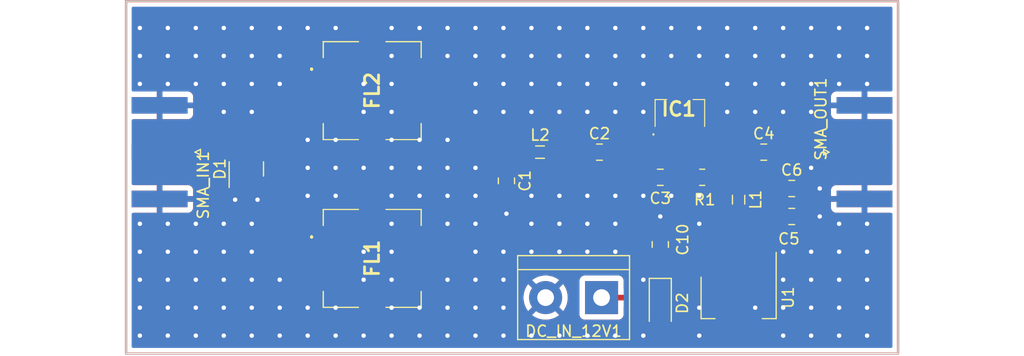
<source format=kicad_pcb>
(kicad_pcb (version 20211014) (generator pcbnew)
  (layers (0 "F.Cu" signal) (31 "B.Cu" signal) (34 "B.Paste" user) (35 "F.Paste" user) (36 "B.SilkS" user "B.Silkscreen") (37 "F.SilkS" user "F.Silkscreen") (38 "B.Mask" user) (39 "F.Mask" user) (44 "Edge.Cuts" user))
  (net 0 "")
  (net 1 "GND")
  (net 2 "Net-(C1-Pad1)")
  (net 3 "Net-(C2-Pad2)")
  (net 4 "Net-(C2-Pad1)")
  (net 5 "Net-(C4-Pad2)")
  (net 6 "Net-(C3-Pad2)")
  (net 7 "Net-(C4-Pad1)")
  (net 8 "Net-(C5-Pad1)")
  (net 9 "Net-(D1-Pad3)")
  (net 10 "Net-(DC_IN_12V1-Pad1)")
  (net 11 "Net-(C10-Pad1)")
  (footprint "Capacitor_SMD:C_0805_2012Metric" (layer "F.Cu") (at 129.54 67.056)
    (fp_text reference "C4" (at 0 -1.68) (layer "F.SilkS"))
    (fp_text value "2.2uF")
    (fp_line (start -0.261252 0.735) (end 0.261252 0.735) (layer "F.SilkS") (width 0.12))
    (fp_line (start -0.261252 -0.735) (end 0.261252 -0.735) (layer "F.SilkS") (width 0.12))
    (pad "1" smd roundrect locked (at -0.95 0) (size 1 1.45) (layers "F.Cu" "F.Paste" "F.Mask") (net 7 "Net-(C4-Pad1)"))
    (pad "2" smd roundrect locked (at 0.95 0) (size 1 1.45) (layers "F.Cu" "F.Paste" "F.Mask") (net 5 "Net-(C4-Pad2)"))
  )
  (footprint "Connector_Coaxial:SMA_Amphenol_132289_EdgeMount" (layer "F.Cu") (at 74.676 67.056 180)
    (fp_text reference "SMA_IN1" (at -3.96 -3 90) (layer "F.SilkS"))
    (fp_text value "Conn_Coaxial")
    (fp_line (start -3.21 0) (end -3.71 -0.25) (layer "F.SilkS") (width 0.12))
    (fp_line (start -3.71 0.25) (end -3.21 0) (layer "F.SilkS") (width 0.12))
    (fp_line (start -3.71 -0.25) (end -3.71 0.25) (layer "F.SilkS") (width 0.12))
    (pad "1" smd rect locked (at 0 0 270) (size 1.5 5.08) (layers "F.Cu" "F.Paste" "F.Mask") (net 9 "Net-(D1-Pad3)"))
    (pad "2" smd rect locked (at 0 -4.25 270) (size 1.5 5.08) (layers "F.Cu" "F.Paste" "F.Mask") (net 1 "GND"))
    (pad "2" smd rect locked (at 0 4.25 270) (size 1.5 5.08) (layers "B.Cu" "B.Paste" "B.Mask") (net 1 "GND"))
    (pad "2" smd rect locked (at 0 -4.25 270) (size 1.5 5.08) (layers "B.Cu" "B.Paste" "B.Mask") (net 1 "GND"))
    (pad "2" smd rect locked (at 0 4.25 270) (size 1.5 5.08) (layers "F.Cu" "F.Paste" "F.Mask") (net 1 "GND"))
  )
  (footprint "Diode_SMD:D_SOD-123" (layer "F.Cu") (at 120.142 80.772 -90)
    (fp_text reference "D2" (at 0 -2 90) (layer "F.SilkS"))
    (fp_text value "1N4001")
    (fp_line (start -2.25 1) (end 1.65 1) (layer "F.SilkS") (width 0.12))
    (fp_line (start -2.25 -1) (end -2.25 1) (layer "F.SilkS") (width 0.12))
    (fp_line (start -2.25 -1) (end 1.65 -1) (layer "F.SilkS") (width 0.12))
    (pad "1" smd rect locked (at -1.65 0 270) (size 0.9 1.2) (layers "F.Cu" "F.Paste" "F.Mask") (net 11 "Net-(C10-Pad1)"))
    (pad "2" smd rect locked (at 1.65 0 270) (size 0.9 1.2) (layers "F.Cu" "F.Paste" "F.Mask") (net 10 "Net-(DC_IN_12V1-Pad1)"))
  )
  (footprint "Capacitor_SMD:C_0805_2012Metric" (layer "F.Cu") (at 120.142 69.342)
    (fp_text reference "C3" (at 0 1.905) (layer "F.SilkS"))
    (fp_text value "100nF")
    (fp_line (start -0.261252 -0.735) (end 0.261252 -0.735) (layer "F.SilkS") (width 0.12))
    (fp_line (start -0.261252 0.735) (end 0.261252 0.735) (layer "F.SilkS") (width 0.12))
    (pad "1" smd roundrect locked (at -0.95 0) (size 1 1.45) (layers "F.Cu" "F.Paste" "F.Mask") (net 3 "Net-(C2-Pad2)"))
    (pad "2" smd roundrect locked (at 0.95 0) (size 1 1.45) (layers "F.Cu" "F.Paste" "F.Mask") (net 6 "Net-(C3-Pad2)"))
  )
  (footprint "TerminalBlock:TerminalBlock_bornier-2_P5.08mm" (layer "F.Cu") (at 114.808 80.264 180)
    (fp_text reference "DC_IN_12V1" (at 2.54 -3.048) (layer "F.SilkS"))
    (fp_text value "Screw_Terminal_01x02")
    (fp_line (start -2.54 3.81) (end 7.62 3.81) (layer "F.SilkS") (width 0.12))
    (fp_line (start 7.62 2.54) (end -2.54 2.54) (layer "F.SilkS") (width 0.12))
    (fp_line (start 7.62 -3.81) (end -2.54 -3.81) (layer "F.SilkS") (width 0.12))
    (fp_line (start 7.62 3.81) (end 7.62 -3.81) (layer "F.SilkS") (width 0.12))
    (fp_line (start -2.54 -3.81) (end -2.54 3.81) (layer "F.SilkS") (width 0.12))
    (pad "1" thru_hole rect locked (at 0 0 180) (size 3 3) (drill 1.52) (layers *.Cu *.Mask) (net 10 "Net-(DC_IN_12V1-Pad1)"))
    (pad "2" thru_hole circle locked (at 5.08 0 180) (size 3 3) (drill 1.52) (layers *.Cu *.Mask) (net 1 "GND"))
  )
  (footprint "Capacitor_SMD:C_0805_2012Metric" (layer "F.Cu") (at 132.08 72.898)
    (fp_text reference "C5" (at -0.261252 2.032) (layer "F.SilkS"))
    (fp_text value "1nF")
    (fp_line (start -0.261252 -0.735) (end 0.261252 -0.735) (layer "F.SilkS") (width 0.12))
    (fp_line (start -0.261252 0.735) (end 0.261252 0.735) (layer "F.SilkS") (width 0.12))
    (pad "1" smd roundrect locked (at -0.95 0) (size 1 1.45) (layers "F.Cu" "F.Paste" "F.Mask") (net 8 "Net-(C5-Pad1)"))
    (pad "2" smd roundrect locked (at 0.95 0) (size 1 1.45) (layers "F.Cu" "F.Paste" "F.Mask") (net 1 "GND"))
  )
  (footprint "Capacitor_SMD:C_0805_2012Metric" (layer "F.Cu") (at 106.172 69.662 -90)
    (fp_text reference "C1" (at 0 -1.68 90) (layer "F.SilkS"))
    (fp_text value "1.5pF")
    (fp_line (start -0.261252 -0.735) (end 0.261252 -0.735) (layer "F.SilkS") (width 0.12))
    (fp_line (start -0.261252 0.735) (end 0.261252 0.735) (layer "F.SilkS") (width 0.12))
    (pad "1" smd roundrect locked (at -0.95 0 270) (size 1 1.45) (layers "F.Cu" "F.Paste" "F.Mask") (net 2 "Net-(C1-Pad1)"))
    (pad "2" smd roundrect locked (at 0.95 0 270) (size 1 1.45) (layers "F.Cu" "F.Paste" "F.Mask") (net 1 "GND"))
  )
  (footprint "Resistor_SMD:R_0805_2012Metric" (layer "F.Cu") (at 123.952 69.342)
    (fp_text reference "R1" (at 0.227064 2.032) (layer "F.SilkS"))
    (fp_text value "1.5k")
    (fp_line (start -0.227064 0.735) (end 0.227064 0.735) (layer "F.SilkS") (width 0.12))
    (fp_line (start -0.227064 -0.735) (end 0.227064 -0.735) (layer "F.SilkS") (width 0.12))
    (pad "1" smd roundrect locked (at -0.9125 0) (size 1.025 1.4) (layers "F.Cu" "F.Paste" "F.Mask") (roundrect_rratio 0.243902439) (net 6 "Net-(C3-Pad2)"))
    (pad "2" smd roundrect locked (at 0.9125 0) (size 1.025 1.4) (layers "F.Cu" "F.Paste" "F.Mask") (roundrect_rratio 0.243902439) (net 7 "Net-(C4-Pad1)"))
  )
  (footprint "Capacitor_SMD:C_0805_2012Metric" (layer "F.Cu") (at 114.62 67.056)
    (fp_text reference "C2" (at 0 -1.68) (layer "F.SilkS"))
    (fp_text value "2.2uF")
    (fp_line (start -0.261252 -0.735) (end 0.261252 -0.735) (layer "F.SilkS") (width 0.12))
    (fp_line (start -0.261252 0.735) (end 0.261252 0.735) (layer "F.SilkS") (width 0.12))
    (pad "1" smd roundrect locked (at -0.95 0) (size 1 1.45) (layers "F.Cu" "F.Paste" "F.Mask") (net 4 "Net-(C2-Pad1)"))
    (pad "2" smd roundrect locked (at 0.95 0) (size 1 1.45) (layers "F.Cu" "F.Paste" "F.Mask") (net 3 "Net-(C2-Pad2)"))
  )
  (footprint "Package_TO_SOT_SMD:SOT-23" (layer "F.Cu") (at 82.55 68.58 90)
    (fp_text reference "D1" (at 0 -2.4 90) (layer "F.SilkS"))
    (fp_text value "BAV99")
    (fp_line (start 0 -1.56) (end -1.675 -1.56) (layer "F.SilkS") (width 0.12))
    (fp_line (start 0 1.56) (end 0.65 1.56) (layer "F.SilkS") (width 0.12))
    (fp_line (start 0 -1.56) (end 0.65 -1.56) (layer "F.SilkS") (width 0.12))
    (fp_line (start 0 1.56) (end -0.65 1.56) (layer "F.SilkS") (width 0.12))
    (pad "1" smd roundrect locked (at -0.9375 -0.95 90) (size 1.475 0.6) (layers "F.Cu" "F.Paste" "F.Mask") (net 1 "GND"))
    (pad "2" smd roundrect locked (at -0.9375 0.95 90) (size 1.475 0.6) (layers "F.Cu" "F.Paste" "F.Mask") (net 1 "GND"))
    (pad "3" smd roundrect locked (at 0.9375 0 90) (size 1.475 0.6) (layers "F.Cu" "F.Paste" "F.Mask") (net 9 "Net-(D1-Pad3)"))
  )
  (footprint "Capacitor_SMD:C_0805_2012Metric" (layer "F.Cu") (at 132.08 70.358)
    (fp_text reference "C6" (at 0 -1.68) (layer "F.SilkS"))
    (fp_text value "10uF")
    (fp_line (start -0.261252 -0.735) (end 0.261252 -0.735) (layer "F.SilkS") (width 0.12))
    (fp_line (start -0.261252 0.735) (end 0.261252 0.735) (layer "F.SilkS") (width 0.12))
    (pad "1" smd roundrect locked (at -0.95 0) (size 1 1.45) (layers "F.Cu" "F.Paste" "F.Mask") (net 8 "Net-(C5-Pad1)"))
    (pad "2" smd roundrect locked (at 0.95 0) (size 1 1.45) (layers "F.Cu" "F.Paste" "F.Mask") (net 1 "GND"))
  )
  (footprint "User:RBP140" (layer "F.Cu") (at 93.98 76.708 -90)
    (fp_text reference "FL1" (at 0 0 -90) (layer "F.SilkS") (effects (font (size 1.27 1.27) (thickness 0.254))))
    (fp_text value "RBP-140+" hide)
    (fp_line (start -4.445 4.445) (end -3 4.445) (layer "F.SilkS") (width 0.1))
    (fp_line (start -4.445 4.445) (end -4.445 4.445) (layer "F.SilkS") (width 0.1))
    (fp_line (start 4.445 4.445) (end 3 4.445) (layer "F.SilkS") (width 0.1))
    (fp_line (start 4.445 -1.25) (end 4.445 -4.445) (layer "F.SilkS") (width 0.1))
    (fp_line (start -2 5.5) (end -2 5.5) (layer "F.SilkS") (width 0.2))
    (fp_line (start -2 5.5) (end -2 5.5) (layer "F.SilkS") (width 0.2))
    (fp_line (start 3 4.445) (end 4.445 4.445) (layer "F.SilkS") (width 0.1))
    (fp_line (start -4.445 -4.445) (end -4.445 -4.445) (layer "F.SilkS") (width 0.1))
    (fp_line (start 4.445 -4.445) (end 4.445 -1.25) (layer "F.SilkS") (width 0.1))
    (fp_line (start -4.445 1.25) (end -4.445 4.445) (layer "F.SilkS") (width 0.1))
    (fp_line (start -3 -4.445) (end -4.445 -4.445) (layer "F.SilkS") (width 0.1))
    (fp_line (start -4.445 -4.445) (end -4.445 -4.445) (layer "F.SilkS") (width 0.1))
    (fp_line (start 4.445 4.445) (end 4.445 4.445) (layer "F.SilkS") (width 0.1))
    (fp_line (start -4.445 -1.25) (end -4.445 -1.25) (layer "F.SilkS") (width 0.1))
    (fp_line (start -1.9 5.5) (end -1.9 5.5) (layer "F.SilkS") (width 0.2))
    (fp_line (start -4.445 1.25) (end -4.445 1.25) (layer "F.SilkS") (width 0.1))
    (fp_line (start 3 4.445) (end 3 4.445) (layer "F.SilkS") (width 0.1))
    (fp_line (start -4.445 -4.445) (end -3 -4.445) (layer "F.SilkS") (width 0.1))
    (fp_line (start 3 -4.445) (end 3 -4.445) (layer "F.SilkS") (width 0.1))
    (fp_line (start -4.445 4.445) (end -4.445 1.25) (layer "F.SilkS") (width 0.1))
    (fp_line (start 3 -4.445) (end 4.445 -4.445) (layer "F.SilkS") (width 0.1))
    (fp_line (start -3 4.445) (end -3 4.445) (layer "F.SilkS") (width 0.1))
    (fp_line (start 4.445 4.445) (end 4.445 1.25) (layer "F.SilkS") (width 0.1))
    (fp_line (start 4.445 4.445) (end 4.445 4.445) (layer "F.SilkS") (width 0.1))
    (fp_line (start 4.445 1.25) (end 4.445 4.445) (layer "F.SilkS") (width 0.1))
    (fp_line (start 4.445 -4.445) (end 3 -4.445) (layer "F.SilkS") (width 0.1))
    (fp_line (start -4.445 -1.25) (end -4.445 -4.445) (layer "F.SilkS") (width 0.1))
    (fp_line (start -3 -4.445) (end -3 -4.445) (layer "F.SilkS") (width 0.1))
    (fp_line (start 4.445 -4.445) (end 4.445 -4.445) (layer "F.SilkS") (width 0.1))
    (fp_line (start 4.445 -1.25) (end 4.445 -1.25) (layer "F.SilkS") (width 0.1))
    (fp_line (start -4.445 4.445) (end -4.445 4.445) (layer "F.SilkS") (width 0.1))
    (fp_line (start 4.445 1.25) (end 4.445 1.25) (layer "F.SilkS") (width 0.1))
    (fp_line (start -3 4.445) (end -4.445 4.445) (layer "F.SilkS") (width 0.1))
    (fp_line (start 4.445 -4.445) (end 4.445 -4.445) (layer "F.SilkS") (width 0.1))
    (fp_line (start -4.445 -4.445) (end -4.445 -1.25) (layer "F.SilkS") (width 0.1))
    (fp_arc (start -2 5.5) (mid -1.95 5.45) (end -1.9 5.5) (layer "F.SilkS") (width 0.2))
    (fp_arc (start -1.9 5.5) (mid -1.95 5.55) (end -2 5.5) (layer "F.SilkS") (width 0.2))
    (fp_arc (start -1.9 5.5) (mid -1.95 5.55) (end -2 5.5) (layer "F.SilkS") (width 0.2))
    (pad "1" smd rect locked (at -1.91 4.065 270) (size 1.02 1.78) (layers "F.Cu" "F.Paste" "F.Mask") (net 1 "GND"))
    (pad "2" smd rect locked (at 0 4.065 270) (size 1.02 1.78) (layers "F.Cu" "F.Paste" "F.Mask") (net 9 "Net-(D1-Pad3)"))
    (pad "3" smd rect locked (at 1.91 4.065 270) (size 1.02 1.78) (layers "F.Cu" "F.Paste" "F.Mask") (net 1 "GND"))
    (pad "4" smd rect locked (at 4.065 0) (size 1.02 1.78) (layers "F.Cu" "F.Paste" "F.Mask") (net 1 "GND"))
    (pad "5" smd rect locked (at 1.91 -4.065 270) (size 1.02 1.78) (layers "F.Cu" "F.Paste" "F.Mask") (net 1 "GND"))
    (pad "6" smd rect locked (at 0 -4.065 270) (size 1.02 1.78) (layers "F.Cu" "F.Paste" "F.Mask") (net 2 "Net-(C1-Pad1)"))
    (pad "7" smd rect locked (at -1.91 -4.065 270) (size 1.02 1.78) (layers "F.Cu" "F.Paste" "F.Mask") (net 1 "GND"))
    (pad "8" smd rect locked (at -4.065 0) (size 1.02 1.78) (layers "F.Cu" "F.Paste" "F.Mask") (net 1 "GND"))
  )
  (footprint "Inductor_SMD:L_0805_2012Metric" (layer "F.Cu") (at 109.22 67.056)
    (fp_text reference "L2" (at 0 -1.55) (layer "F.SilkS"))
    (fp_text value "5.1nH")
    (fp_line (start -0.399622 -0.56) (end 0.399622 -0.56) (layer "F.SilkS") (width 0.12))
    (fp_line (start -0.399622 0.56) (end 0.399622 0.56) (layer "F.SilkS") (width 0.12))
    (pad "1" smd roundrect locked (at -1.0625 0) (size 0.875 1.2) (layers "F.Cu" "F.Paste" "F.Mask") (net 2 "Net-(C1-Pad1)"))
    (pad "2" smd roundrect locked (at 1.0625 0) (size 0.875 1.2) (layers "F.Cu" "F.Paste" "F.Mask") (net 4 "Net-(C2-Pad1)"))
  )
  (footprint "Package_TO_SOT_SMD:SOT-223-3_TabPin2" (layer "F.Cu") (at 127.254 80.264 -90)
    (fp_text reference "U1" (at 0 -4.5 90) (layer "F.SilkS"))
    (fp_text value "AMS1117-5.0")
    (fp_line (start -4.1 -3.41) (end 1.91 -3.41) (layer "F.SilkS") (width 0.12))
    (fp_line (start -1.85 3.41) (end 1.91 3.41) (layer "F.SilkS") (width 0.12))
    (fp_line (start 1.91 -3.41) (end 1.91 -2.15) (layer "F.SilkS") (width 0.12))
    (fp_line (start 1.91 3.41) (end 1.91 2.15) (layer "F.SilkS") (width 0.12))
    (pad "1" smd rect locked (at -3.15 -2.3 270) (size 2 1.5) (layers "F.Cu" "F.Paste" "F.Mask") (net 1 "GND"))
    (pad "2" smd rect locked (at -3.15 0 270) (size 2 1.5) (layers "F.Cu" "F.Paste" "F.Mask") (net 8 "Net-(C5-Pad1)"))
    (pad "2" smd rect locked (at 3.15 0 270) (size 2 3.8) (layers "F.Cu" "F.Paste" "F.Mask") (net 8 "Net-(C5-Pad1)"))
    (pad "3" smd rect locked (at -3.15 2.3 270) (size 2 1.5) (layers "F.Cu" "F.Paste" "F.Mask") (net 11 "Net-(C10-Pad1)"))
  )
  (footprint "User:RBP140" (layer "F.Cu") (at 93.98 61.468 -90)
    (fp_text reference "FL2" (at 0 0 -90) (layer "F.SilkS") (effects (font (size 1.27 1.27) (thickness 0.254))))
    (fp_text value "RBP-440+" hide)
    (fp_line (start 4.445 -4.445) (end 4.445 -4.445) (layer "F.SilkS") (width 0.1))
    (fp_line (start 4.445 -4.445) (end 3 -4.445) (layer "F.SilkS") (width 0.1))
    (fp_line (start -3 4.445) (end -4.445 4.445) (layer "F.SilkS") (width 0.1))
    (fp_line (start 4.445 4.445) (end 4.445 1.25) (layer "F.SilkS") (width 0.1))
    (fp_line (start 4.445 -4.445) (end 4.445 -1.25) (layer "F.SilkS") (width 0.1))
    (fp_line (start -4.445 4.445) (end -4.445 4.445) (layer "F.SilkS") (width 0.1))
    (fp_line (start -4.445 -4.445) (end -4.445 -1.25) (layer "F.SilkS") (width 0.1))
    (fp_line (start 4.445 4.445) (end 4.445 4.445) (layer "F.SilkS") (width 0.1))
    (fp_line (start -3 -4.445) (end -4.445 -4.445) (layer "F.SilkS") (width 0.1))
    (fp_line (start -4.445 1.25) (end -4.445 1.25) (layer "F.SilkS") (width 0.1))
    (fp_line (start -2 5.5) (end -2 5.5) (layer "F.SilkS") (width 0.2))
    (fp_line (start -1.9 5.5) (end -1.9 5.5) (layer "F.SilkS") (width 0.2))
    (fp_line (start 4.445 -1.25) (end 4.445 -4.445) (layer "F.SilkS") (width 0.1))
    (fp_line (start 3 4.445) (end 4.445 4.445) (layer "F.SilkS") (width 0.1))
    (fp_line (start 4.445 4.445) (end 4.445 4.445) (layer "F.SilkS") (width 0.1))
    (fp_line (start 4.445 4.445) (end 3 4.445) (layer "F.SilkS") (width 0.1))
    (fp_line (start 4.445 1.25) (end 4.445 4.445) (layer "F.SilkS") (width 0.1))
    (fp_line (start -4.445 4.445) (end -4.445 4.445) (layer "F.SilkS") (width 0.1))
    (fp_line (start -4.445 -1.25) (end -4.445 -1.25) (layer "F.SilkS") (width 0.1))
    (fp_line (start -3 4.445) (end -3 4.445) (layer "F.SilkS") (width 0.1))
    (fp_line (start 4.445 -4.445) (end 4.445 -4.445) (layer "F.SilkS") (width 0.1))
    (fp_line (start -4.445 1.25) (end -4.445 4.445) (layer "F.SilkS") (width 0.1))
    (fp_line (start 3 4.445) (end 3 4.445) (layer "F.SilkS") (width 0.1))
    (fp_line (start -4.445 -4.445) (end -3 -4.445) (layer "F.SilkS") (width 0.1))
    (fp_line (start -4.445 -4.445) (end -4.445 -4.445) (layer "F.SilkS") (width 0.1))
    (fp_line (start 3 -4.445) (end 4.445 -4.445) (layer "F.SilkS") (width 0.1))
    (fp_line (start 4.445 1.25) (end 4.445 1.25) (layer "F.SilkS") (width 0.1))
    (fp_line (start -4.445 4.445) (end -3 4.445) (layer "F.SilkS") (width 0.1))
    (fp_line (start -4.445 -1.25) (end -4.445 -4.445) (layer "F.SilkS") (width 0.1))
    (fp_line (start -3 -4.445) (end -3 -4.445) (layer "F.SilkS") (width 0.1))
    (fp_line (start 3 -4.445) (end 3 -4.445) (layer "F.SilkS") (width 0.1))
    (fp_line (start 4.445 -1.25) (end 4.445 -1.25) (layer "F.SilkS") (width 0.1))
    (fp_line (start -2 5.5) (end -2 5.5) (layer "F.SilkS") (width 0.2))
    (fp_line (start -4.445 -4.445) (end -4.445 -4.445) (layer "F.SilkS") (width 0.1))
    (fp_line (start -4.445 4.445) (end -4.445 1.25) (layer "F.SilkS") (width 0.1))
    (fp_arc (start -1.9 5.5) (mid -1.95 5.55) (end -2 5.5) (layer "F.SilkS") (width 0.2))
    (fp_arc (start -1.9 5.5) (mid -1.95 5.55) (end -2 5.5) (layer "F.SilkS") (width 0.2))
    (fp_arc (start -2 5.5) (mid -1.95 5.45) (end -1.9 5.5) (layer "F.SilkS") (width 0.2))
    (pad "1" smd rect locked (at -1.91 4.065 270) (size 1.02 1.78) (layers "F.Cu" "F.Paste" "F.Mask") (net 1 "GND"))
    (pad "2" smd rect locked (at 0 4.065 270) (size 1.02 1.78) (layers "F.Cu" "F.Paste" "F.Mask") (net 9 "Net-(D1-Pad3)"))
    (pad "3" smd rect locked (at 1.91 4.065 270) (size 1.02 1.78) (layers "F.Cu" "F.Paste" "F.Mask") (net 1 "GND"))
    (pad "4" smd rect locked (at 4.065 0) (size 1.02 1.78) (layers "F.Cu" "F.Paste" "F.Mask") (net 1 "GND"))
    (pad "5" smd rect locked (at 1.91 -4.065 270) (size 1.02 1.78) (layers "F.Cu" "F.Paste" "F.Mask") (net 1 "GND"))
    (pad "6" smd rect locked (at 0 -4.065 270) (size 1.02 1.78) (layers "F.Cu" "F.Paste" "F.Mask") (net 2 "Net-(C1-Pad1)"))
    (pad "7" smd rect locked (at -1.91 -4.065 270) (size 1.02 1.78) (layers "F.Cu" "F.Paste" "F.Mask") (net 1 "GND"))
    (pad "8" smd rect locked (at -4.065 0) (size 1.02 1.78) (layers "F.Cu" "F.Paste" "F.Mask") (net 1 "GND"))
  )
  (footprint "Capacitor_SMD:C_0805_2012Metric" (layer "F.Cu") (at 120.142 75.438 90)
    (fp_text reference "C10" (at 0.442 2.032 90) (layer "F.SilkS"))
    (fp_text value "100nF")
    (fp_line (start -0.261252 0.735) (end 0.261252 0.735) (layer "F.SilkS") (width 0.12))
    (fp_line (start -0.261252 -0.735) (end 0.261252 -0.735) (layer "F.SilkS") (width 0.12))
    (pad "1" smd roundrect locked (at -0.95 0 90) (size 1 1.45) (layers "F.Cu" "F.Paste" "F.Mask") (net 11 "Net-(C10-Pad1)"))
    (pad "2" smd roundrect locked (at 0.95 0 90) (size 1 1.45) (layers "F.Cu" "F.Paste" "F.Mask") (net 1 "GND"))
  )
  (footprint "User:PHA13LN" (layer "F.Cu") (at 121.92 63.5)
    (fp_text reference "IC1" (at -0.1 -0.355) (layer "F.SilkS") (effects (font (size 1.27 1.27) (thickness 0.254))))
    (fp_text value "PHA-13LN+" hide)
    (fp_line (start -1.2 -1.22) (end -2.25 -1.22) (layer "F.SilkS") (width 0.1))
    (fp_line (start 2.2 -1.22) (end 2.25 -1.22) (layer "F.SilkS") (width 0.1))
    (fp_line (start -2.4 1.9) (end -2.4 1.9) (layer "F.SilkS") (width 0.1))
    (fp_line (start 1.2 -1.22) (end 2.2 -1.22) (layer "F.SilkS") (width 0.1))
    (fp_line (start 2.25 -1.22) (end 2.25 1.22) (layer "F.SilkS") (width 0.1))
    (fp_line (start -2.25 -1.22) (end -2.25 1.22) (layer "F.SilkS") (width 0.1))
    (fp_line (start -2.4 2) (end -2.4 2) (layer "F.SilkS") (width 0.1))
    (fp_arc (start -2.4 1.9) (mid -2.35 1.95) (end -2.4 2) (layer "F.SilkS") (width 0.1))
    (fp_arc (start -2.4 2) (mid -2.45 1.95) (end -2.4 1.9) (layer "F.SilkS") (width 0.1))
    (pad "1" smd rect locked (at -1.5 1.56) (size 0.71 1.5) (layers "F.Cu" "F.Paste" "F.Mask") (net 3 "Net-(C2-Pad2)"))
    (pad "2" smd rect locked (at 0 1.06) (size 0.91 2.5) (layers "F.Cu" "F.Paste" "F.Mask") (net 1 "GND"))
    (pad "3" smd rect locked (at 1.5 1.56) (size 0.71 1.5) (layers "F.Cu" "F.Paste" "F.Mask") (net 7 "Net-(C4-Pad1)"))
    (pad "4" smd rect locked (at 0 -1.56) (size 1.91 2.92) (layers "F.Cu" "F.Paste" "F.Mask") (net 1 "GND"))
  )
  (footprint "Connector_Coaxial:SMA_Amphenol_132289_EdgeMount" (layer "F.Cu") (at 138.684 67.056)
    (fp_text reference "SMA_OUT1" (at -3.96 -3 90) (layer "F.SilkS"))
    (fp_text value "Conn_Coaxial")
    (fp_line (start -3.71 -0.25) (end -3.71 0.25) (layer "F.SilkS") (width 0.12))
    (fp_line (start -3.21 0) (end -3.71 -0.25) (layer "F.SilkS") (width 0.12))
    (fp_line (start -3.71 0.25) (end -3.21 0) (layer "F.SilkS") (width 0.12))
    (pad "1" smd rect locked (at 0 0 90) (size 1.5 5.08) (layers "F.Cu" "F.Paste" "F.Mask") (net 5 "Net-(C4-Pad2)"))
    (pad "2" smd rect locked (at 0 4.25 90) (size 1.5 5.08) (layers "B.Cu" "B.Paste" "B.Mask") (net 1 "GND"))
    (pad "2" smd rect locked (at 0 -4.25 90) (size 1.5 5.08) (layers "B.Cu" "B.Paste" "B.Mask") (net 1 "GND"))
    (pad "2" smd rect locked (at 0 -4.25 90) (size 1.5 5.08) (layers "F.Cu" "F.Paste" "F.Mask") (net 1 "GND"))
    (pad "2" smd rect locked (at 0 4.25 90) (size 1.5 5.08) (layers "F.Cu" "F.Paste" "F.Mask") (net 1 "GND"))
  )
  (footprint "Inductor_SMD:L_0805_2012Metric" (layer "F.Cu") (at 127.254 71.374 -90)
    (fp_text reference "L1" (at 0 -1.55 90) (layer "F.SilkS"))
    (fp_text value "15uH")
    (fp_line (start -0.399622 -0.56) (end 0.399622 -0.56) (layer "F.SilkS") (width 0.12))
    (fp_line (start -0.399622 0.56) (end 0.399622 0.56) (layer "F.SilkS") (width 0.12))
    (pad "1" smd roundrect locked (at -1.0625 0 270) (size 0.875 1.2) (layers "F.Cu" "F.Paste" "F.Mask") (net 7 "Net-(C4-Pad1)"))
    (pad "2" smd roundrect locked (at 1.0625 0 270) (size 0.875 1.2) (layers "F.Cu" "F.Paste" "F.Mask") (net 8 "Net-(C5-Pad1)"))
  )
  (gr_rect (start 71.628 53.34) (end 141.732 85.344) (layer "F.Cu") (width 0.2) (fill none))
  (gr_rect (start 71.628 53.34) (end 141.732 85.344) (layer "Edge.Cuts") (width 0.15) (fill none))
  (segment (start 133.03 70.358) (end 134.62 70.358) (width 0.25) (layer "F.Cu") (net 1))
  (segment (start 81.6 71.308) (end 81.534 71.374) (width 0.25) (layer "F.Cu") (net 1))
  (segment (start 81.6 69.5175) (end 81.6 71.308) (width 0.25) (layer "F.Cu") (net 1))
  (segment (start 83.5 69.5175) (end 83.5 71.308) (width 0.25) (layer "F.Cu") (net 1))
  (segment (start 120.142 74.488) (end 120.142 72.898) (width 0.25) (layer "F.Cu") (net 1))
  (segment (start 106.172 70.612) (end 106.172 72.644) (width 0.508) (layer "F.Cu") (net 1))
  (segment (start 133.03 72.898) (end 134.62 72.898) (width 0.25) (layer "F.Cu") (net 1))
  (segment (start 83.5 71.308) (end 83.566 71.374) (width 0.25) (layer "F.Cu") (net 1))
  (via (at 83.041 60.86) (size 0.8) (drill 0.4) (layers "F.Cu" "B.Cu") (net 1))
  (via (at 123.681 55.78) (size 0.8) (drill 0.4) (layers "F.Cu" "B.Cu") (net 1))
  (via (at 98.281 65.94) (size 0.8) (drill 0.4) (layers "F.Cu" "B.Cu") (net 1))
  (via (at 88.121 55.78) (size 0.8) (drill 0.4) (layers "F.Cu" "B.Cu") (net 1))
  (via (at 110.981 55.78) (size 0.8) (drill 0.4) (layers "F.Cu" "B.Cu") (net 1))
  (via (at 105.901 81.18) (size 0.8) (drill 0.4) (layers "F.Cu" "B.Cu") (net 1))
  (via (at 121.141 58.32) (size 0.8) (drill 0.4) (layers "F.Cu" "B.Cu") (net 1))
  (via (at 93.201 60.86) (size 0.8) (drill 0.4) (layers "F.Cu" "B.Cu") (net 1))
  (via (at 108.441 71.02) (size 0.8) (drill 0.4) (layers "F.Cu" "B.Cu") (net 1))
  (via (at 75.421 55.78) (size 0.8) (drill 0.4) (layers "F.Cu" "B.Cu") (net 1))
  (via (at 95.741 71.02) (size 0.8) (drill 0.4) (layers "F.Cu" "B.Cu") (net 1))
  (via (at 103.361 68.48) (size 0.8) (drill 0.4) (layers "F.Cu" "B.Cu") (net 1))
  (via (at 103.361 81.18) (size 0.8) (drill 0.4) (layers "F.Cu" "B.Cu") (net 1))
  (via (at 133.841 58.32) (size 0.8) (drill 0.4) (layers "F.Cu" "B.Cu") (net 1))
  (via (at 138.921 81.18) (size 0.8) (drill 0.4) (layers "F.Cu" "B.Cu") (net 1))
  (via (at 116.061 60.86) (size 0.8) (drill 0.4) (layers "F.Cu" "B.Cu") (net 1))
  (via (at 126.221 63.4) (size 0.8) (drill 0.4) (layers "F.Cu" "B.Cu") (net 1))
  (via (at 133.841 83.72) (size 0.8) (drill 0.4) (layers "F.Cu" "B.Cu") (net 1))
  (via (at 113.521 76.1) (size 0.8) (drill 0.4) (layers "F.Cu" "B.Cu") (net 1))
  (via (at 95.741 68.48) (size 0.8) (drill 0.4) (layers "F.Cu" "B.Cu") (net 1))
  (via (at 138.921 60.86) (size 0.8) (drill 0.4) (layers "F.Cu" "B.Cu") (net 1))
  (via (at 95.741 65.94) (size 0.8) (drill 0.4) (layers "F.Cu" "B.Cu") (net 1))
  (via (at 77.961 76.1) (size 0.8) (drill 0.4) (layers "F.Cu" "B.Cu") (net 1))
  (via (at 113.521 58.32) (size 0.8) (drill 0.4) (layers "F.Cu" "B.Cu") (net 1))
  (via (at 77.961 83.72) (size 0.8) (drill 0.4) (layers "F.Cu" "B.Cu") (net 1))
  (via (at 88.121 81.18) (size 0.8) (drill 0.4) (layers "F.Cu" "B.Cu") (net 1))
  (via (at 110.981 83.72) (size 0.8) (drill 0.4) (layers "F.Cu" "B.Cu") (net 1))
  (via (at 128.761 63.4) (size 0.8) (drill 0.4) (layers "F.Cu" "B.Cu") (net 1))
  (via (at 138.921 73.56) (size 0.8) (drill 0.4) (layers "F.Cu" "B.Cu") (net 1))
  (via (at 116.061 63.4) (size 0.8) (drill 0.4) (layers "F.Cu" "B.Cu") (net 1))
  (via (at 83.566 71.374) (size 0.8) (drill 0.4) (layers "F.Cu" "B.Cu") (net 1))
  (via (at 85.581 81.18) (size 0.8) (drill 0.4) (layers "F.Cu" "B.Cu") (net 1))
  (via (at 100.821 58.32) (size 0.8) (drill 0.4) (layers "F.Cu" "B.Cu") (net 1))
  (via (at 126.221 55.78) (size 0.8) (drill 0.4) (layers "F.Cu" "B.Cu") (net 1))
  (via (at 131.301 83.72) (size 0.8) (drill 0.4) (layers "F.Cu" "B.Cu") (net 1))
  (via (at 95.741 78.64) (size 0.8) (drill 0.4) (layers "F.Cu" "B.Cu") (net 1))
  (via (at 88.121 68.48) (size 0.8) (drill 0.4) (layers "F.Cu" "B.Cu") (net 1))
  (via (at 105.901 63.4) (size 0.8) (drill 0.4) (layers "F.Cu" "B.Cu") (net 1))
  (via (at 136.381 60.86) (size 0.8) (drill 0.4) (layers "F.Cu" "B.Cu") (net 1))
  (via (at 77.961 81.18) (size 0.8) (drill 0.4) (layers "F.Cu" "B.Cu") (net 1))
  (via (at 123.681 73.56) (size 0.8) (drill 0.4) (layers "F.Cu" "B.Cu") (net 1))
  (via (at 131.301 63.4) (size 0.8) (drill 0.4) (layers "F.Cu" "B.Cu") (net 1))
  (via (at 83.041 81.18) (size 0.8) (drill 0.4) (layers "F.Cu" "B.Cu") (net 1))
  (via (at 90.661 68.48) (size 0.8) (drill 0.4) (layers "F.Cu" "B.Cu") (net 1))
  (via (at 118.601 55.78) (size 0.8) (drill 0.4) (layers "F.Cu" "B.Cu") (net 1))
  (via (at 83.041 58.32) (size 0.8) (drill 0.4) (layers "F.Cu" "B.Cu") (net 1))
  (via (at 83.041 78.64) (size 0.8) (drill 0.4) (layers "F.Cu" "B.Cu") (net 1))
  (via (at 128.761 55.78) (size 0.8) (drill 0.4) (layers "F.Cu" "B.Cu") (net 1))
  (via (at 110.981 60.86) (size 0.8) (drill 0.4) (layers "F.Cu" "B.Cu") (net 1))
  (via (at 72.881 83.72) (size 0.8) (drill 0.4) (layers "F.Cu" "B.Cu") (net 1))
  (via (at 118.601 71.02) (size 0.8) (drill 0.4) (layers "F.Cu" "B.Cu") (net 1))
  (via (at 116.061 73.56) (size 0.8) (drill 0.4) (layers "F.Cu" "B.Cu") (net 1))
  (via (at 136.381 81.18) (size 0.8) (drill 0.4) (layers "F.Cu" "B.Cu") (net 1))
  (via (at 80.501 81.18) (size 0.8) (drill 0.4) (layers "F.Cu" "B.Cu") (net 1))
  (via (at 131.301 58.32) (size 0.8) (drill 0.4) (layers "F.Cu" "B.Cu") (net 1))
  (via (at 75.421 76.1) (size 0.8) (drill 0.4) (layers "F.Cu" "B.Cu") (net 1))
  (via (at 113.521 60.86) (size 0.8) (drill 0.4) (layers "F.Cu" "B.Cu") (net 1))
  (via (at 131.301 76.1) (size 0.8) (drill 0.4) (layers "F.Cu" "B.Cu") (net 1))
  (via (at 90.661 55.78) (size 0.8) (drill 0.4) (layers "F.Cu" "B.Cu") (net 1))
  (via (at 93.201 83.72) (size 0.8) (drill 0.4) (layers "F.Cu" "B.Cu") (net 1))
  (via (at 90.661 81.18) (size 0.8) (drill 0.4) (layers "F.Cu" "B.Cu") (net 1))
  (via (at 103.361 55.78) (size 0.8) (drill 0.4) (layers "F.Cu" "B.Cu") (net 1))
  (via (at 72.881 58.32) (size 0.8) (drill 0.4) (layers "F.Cu" "B.Cu") (net 1))
  (via (at 80.501 73.56) (size 0.8) (drill 0.4) (layers "F.Cu" "B.Cu") (net 1))
  (via (at 98.281 68.48) (size 0.8) (drill 0.4) (layers "F.Cu" "B.Cu") (net 1))
  (via (at 93.201 63.4) (size 0.8) (drill 0.4) (layers "F.Cu" "B.Cu") (net 1))
  (via (at 113.521 83.72) (size 0.8) (drill 0.4) (layers "F.Cu" "B.Cu") (net 1))
  (via (at 98.281 81.18) (size 0.8) (drill 0.4) (layers "F.Cu" "B.Cu") (net 1))
  (via (at 136.381 78.64) (size 0.8) (drill 0.4) (layers "F.Cu" "B.Cu") (net 1))
  (via (at 95.741 63.4) (size 0.8) (drill 0.4) (layers "F.Cu" "B.Cu") (net 1))
  (via (at 110.981 58.32) (size 0.8) (drill 0.4) (layers "F.Cu" "B.Cu") (net 1))
  (via (at 123.681 58.32) (size 0.8) (drill 0.4) (layers "F.Cu" "B.Cu") (net 1))
  (via (at 90.661 71.02) (size 0.8) (drill 0.4) (layers "F.Cu" "B.Cu") (net 1))
  (via (at 95.741 81.18) (size 0.8) (drill 0.4) (layers "F.Cu" "B.Cu") (net 1))
  (via (at 108.441 63.4) (size 0.8) (drill 0.4) (layers "F.Cu" "B.Cu") (net 1))
  (via (at 103.361 73.56) (size 0.8) (drill 0.4) (layers "F.Cu" "B.Cu") (net 1))
  (via (at 75.421 83.72) (size 0.8) (drill 0.4) (layers "F.Cu" "B.Cu") (net 1))
  (via (at 100.821 55.78) (size 0.8) (drill 0.4) (layers "F.Cu" "B.Cu") (net 1))
  (via (at 100.821 68.48) (size 0.8) (drill 0.4) (layers "F.Cu" "B.Cu") (net 1))
  (via (at 100.821 78.64) (size 0.8) (drill 0.4) (layers "F.Cu" "B.Cu") (net 1))
  (via (at 128.761 60.86) (size 0.8) (drill 0.4) (layers "F.Cu" "B.Cu") (net 1))
  (via (at 133.841 81.18) (size 0.8) (drill 0.4) (layers "F.Cu" "B.Cu") (net 1))
  (via (at 72.881 81.18) (size 0.8) (drill 0.4) (layers "F.Cu" "B.Cu") (net 1))
  (via (at 90.661 83.72) (size 0.8) (drill 0.4) (layers "F.Cu" "B.Cu") (net 1))
  (via (at 133.841 63.4) (size 0.8) (drill 0.4) (layers "F.Cu" "B.Cu") (net 1))
  (via (at 95.741 76.1) (size 0.8) (drill 0.4) (layers "F.Cu" "B.Cu") (net 1))
  (via (at 83.041 83.72) (size 0.8) (drill 0.4) (layers "F.Cu" "B.Cu") (net 1))
  (via (at 100.821 71.02) (size 0.8) (drill 0.4) (layers "F.Cu" "B.Cu") (net 1))
  (via (at 75.421 73.56) (size 0.8) (drill 0.4) (layers "F.Cu" "B.Cu") (net 1))
  (via (at 118.601 83.72) (size 0.8) (drill 0.4) (layers "F.Cu" "B.Cu") (net 1))
  (via (at 113.521 73.56) (size 0.8) (drill 0.4) (layers "F.Cu" "B.Cu") (net 1))
  (via (at 77.961 55.78) (size 0.8) (drill 0.4) (layers "F.Cu" "B.Cu") (net 1))
  (via (at 98.281 55.78) (size 0.8) (drill 0.4) (layers "F.Cu" "B.Cu") (net 1))
  (via (at 116.061 55.78) (size 0.8) (drill 0.4) (layers "F.Cu" "B.Cu") (net 1))
  (via (at 121.141 71.02) (size 0.8) (drill 0.4) (layers "F.Cu" "B.Cu") (net 1))
  (via (at 134.62 72.898) (size 0.8) (drill 0.4) (layers "F.Cu" "B.Cu") (net 1))
  (via (at 133.841 78.64) (size 0.8) (drill 0.4) (layers "F.Cu" "B.Cu") (net 1))
  (via (at 131.301 78.64) (size 0.8) (drill 0.4) (layers "F.Cu" "B.Cu") (net 1))
  (via (at 95.741 60.86) (size 0.8) (drill 0.4) (layers "F.Cu" "B.Cu") (net 1))
  (via (at 105.901 58.32) (size 0.8) (drill 0.4) (layers "F.Cu" "B.Cu") (net 1))
  (via (at 136.381 83.72) (size 0.8) (drill 0.4) (layers "F.Cu" "B.Cu") (net 1))
  (via (at 131.301 55.78) (size 0.8) (drill 0.4) (layers "F.Cu" "B.Cu") (net 1))
  (via (at 113.521 63.4) (size 0.8) (drill 0.4) (layers "F.Cu" "B.Cu") (net 1))
  (via (at 106.172 72.644) (size 0.8) (drill 0.4) (layers "F.Cu" "B.Cu") (net 1))
  (via (at 77.961 73.56) (size 0.8) (drill 0.4) (layers "F.Cu" "B.Cu") (net 1))
  (via (at 75.421 78.64) (size 0.8) (drill 0.4) (layers "F.Cu" "B.Cu") (net 1))
  (via (at 85.581 60.86) (size 0.8) (drill 0.4) (layers "F.Cu" "B.Cu") (net 1))
  (via (at 77.961 78.64) (size 0.8) (drill 0.4) (layers "F.Cu" "B.Cu") (net 1))
  (via (at 110.981 71.02) (size 0.8) (drill 0.4) (layers "F.Cu" "B.Cu") (net 1))
  (via (at 100.821 83.72) (size 0.8) (drill 0.4) (layers "F.Cu" "B.Cu") (net 1))
  (via (at 75.421 58.32) (size 0.8) (drill 0.4) (layers "F.Cu" "B.Cu") (net 1))
  (via (at 121.141 55.78) (size 0.8) (drill 0.4) (layers "F.Cu" "B.Cu") (net 1))
  (via (at 108.441 60.86) (size 0.8) (drill 0.4) (layers "F.Cu" "B.Cu") (net 1))
  (via (at 93.201 68.48) (size 0.8) (drill 0.4) (layers "F.Cu" "B.Cu") (net 1))
  (via (at 123.681 83.72) (size 0.8) (drill 0.4) (layers "F.Cu" "B.Cu") (net 1))
  (via (at 77.961 58.32) (size 0.8) (drill 0.4) (layers "F.Cu" "B.Cu") (net 1))
  (via (at 85.581 58.32) (size 0.8) (drill 0.4) (layers "F.Cu" "B.Cu") (net 1))
  (via (at 72.881 78.64) (size 0.8) (drill 0.4) (layers "F.Cu" "B.Cu") (net 1))
  (via (at 134.62 70.358) (size 0.8) (drill 0.4) (layers "F.Cu" "B.Cu") (net 1))
  (via (at 85.581 55.78) (size 0.8) (drill 0.4) (layers "F.Cu" "B.Cu") (net 1))
  (via (at 126.221 60.86) (size 0.8) (drill 0.4) (layers "F.Cu" "B.Cu") (net 1))
  (via (at 103.361 78.64) (size 0.8) (drill 0.4) (layers "F.Cu" "B.Cu") (net 1))
  (via (at 120.142 72.898) (size 0.8) (drill 0.4) (layers "F.Cu" "B.Cu") (net 1))
  (via (at 83.041 63.4) (size 0.8) (drill 0.4) (layers "F.Cu" "B.Cu") (net 1))
  (via (at 133.841 55.78) (size 0.8) (drill 0.4) (layers "F.Cu" "B.Cu") (net 1))
  (via (at 138.921 58.32) (size 0.8) (drill 0.4) (layers "F.Cu" "B.Cu") (net 1))
  (via (at 133.841 68.48) (size 0.8) (drill 0.4) (layers "F.Cu" "B.Cu") (net 1))
  (via (at 138.921 76.1) (size 0.8) (drill 0.4) (layers "F.Cu" "B.Cu") (net 1))
  (via (at 103.361 71.02) (size 0.8) (drill 0.4) (layers "F.Cu" "B.Cu") (net 1))
  (via (at 128.761 58.32) (size 0.8) (drill 0.4) (layers "F.Cu" "B.Cu") (net 1))
  (via (at 88.121 83.72) (size 0.8) (drill 0.4) (layers "F.Cu" "B.Cu") (net 1))
  (via (at 83.041 55.78) (size 0.8) (drill 0.4) (layers "F.Cu" "B.Cu") (net 1))
  (via (at 80.501 60.86) (size 0.8) (drill 0.4) (layers "F.Cu" "B.Cu") (net 1))
  (via (at 103.361 63.4) (size 0.8) (drill 0.4) (layers "F.Cu" "B.Cu") (net 1))
  (via (at 98.281 71.02) (size 0.8) (drill 0.4) (layers "F.Cu" "B.Cu") (net 1))
  (via (at 88.121 65.94) (size 0.8) (drill 0.4) (layers "F.Cu" "B.Cu") (net 1))
  (via (at 105.901 76.1) (size 0.8) (drill 0.4) (layers "F.Cu" "B.Cu") (net 1))
  (via (at 110.981 76.1) (size 0.8) (drill 0.4) (layers "F.Cu" "B.Cu") (net 1))
  (via (at 95.741 55.78) (size 0.8) (drill 0.4) (layers "F.Cu" "B.Cu") (net 1))
  (via (at 133.841 60.86) (size 0.8) (drill 0.4) (layers "F.Cu" "B.Cu") (net 1))
  (via (at 88.121 71.02) (size 0.8) (drill 0.4) (layers "F.Cu" "B.Cu") (net 1))
  (via (at 103.361 60.86) (size 0.8) (drill 0.4) (layers "F.Cu" "B.Cu") (net 1))
  (via (at 75.421 60.86) (size 0.8) (drill 0.4) (layers "F.Cu" "B.Cu") (net 1))
  (via (at 136.381 58.32) (size 0.8) (drill 0.4) (layers "F.Cu" "B.Cu") (net 1))
  (via (at 113.521 71.02) (size 0.8) (drill 0.4) (layers "F.Cu" "B.Cu") (net 1))
  (via (at 83.041 73.56) (size 0.8) (drill 0.4) (layers "F.Cu" "B.Cu") (net 1))
  (via (at 108.441 76.1) (size 0.8) (drill 0.4) (layers "F.Cu" "B.Cu") (net 1))
  (via (at 72.881 76.1) (size 0.8) (drill 0.4) (layers "F.Cu" "B.Cu") (net 1))
  (via (at 136.381 55.78) (size 0.8) (drill 0.4) (layers "F.Cu" "B.Cu") (net 1))
  (via (at 118.601 78.64) (size 0.8) (drill 0.4) (layers "F.Cu" "B.Cu") (net 1))
  (via (at 100.821 73.56) (size 0.8) (drill 0.4) (layers "F.Cu" "B.Cu") (net 1))
  (via (at 126.221 58.32) (size 0.8) (drill 0.4) (layers "F.Cu" "B.Cu") (net 1))
  (via (at 118.601 60.86) (size 0.8) (drill 0.4) (layers "F.Cu" "B.Cu") (net 1))
  (via (at 138.921 55.78) (size 0.8) (drill 0.4) (layers "F.Cu" "B.Cu") (net 1))
  (via (at 83.041 76.1) (size 0.8) (drill 0.4) (layers "F.Cu" "B.Cu") (net 1))
  (via (at 123.681 71.02) (size 0.8) (drill 0.4) (layers "F.Cu" "B.Cu") (net 1))
  (via (at 103.361 83.72) (size 0.8) (drill 0.4) (layers "F.Cu" "B.Cu") (net 1))
  (via (at 77.961 60.86) (size 0.8) (drill 0.4) (layers "F.Cu" "B.Cu") (net 1))
  (via (at 116.061 71.02) (size 0.8) (drill 0.4) (layers "F.Cu" "B.Cu") (net 1))
  (via (at 131.301 81.18) (size 0.8) (drill 0.4) (layers "F.Cu" "B.Cu") (net 1))
  (via (at 95.741 73.56) (size 0.8) (drill 0.4) (layers "F.Cu" "B.Cu") (net 1))
  (via (at 80.501 83.72) (size 0.8) (drill 0.4) (layers "F.Cu" "B.Cu") (net 1))
  (via (at 133.841 76.1) (size 0.8) (drill 0.4) (layers "F.Cu" "B.Cu") (net 1))
  (via (at 95.741 58.32) (size 0.8) (drill 0.4) (layers "F.Cu" "B.Cu") (net 1))
  (via (at 108.441 58.32) (size 0.8) (drill 0.4) (layers "F.Cu" "B.Cu") (net 1))
  (via (at 81.534 71.374) (size 0.8) (drill 0.4) (layers "F.Cu" "B.Cu") (net 1))
  (via (at 128.761 81.18) (size 0.8) (drill 0.4) (layers "F.Cu" "B.Cu") (net 1))
  (via (at 131.301 60.86) (size 0.8) (drill 0.4) (layers "F.Cu" "B.Cu") (net 1))
  (via (at 118.601 63.4) (size 0.8) (drill 0.4) (layers "F.Cu" "B.Cu") (net 1))
  (via (at 93.201 78.64) (size 0.8) (drill 0.4) (layers "F.Cu" "B.Cu") (net 1))
  (via (at 138.921 78.64) (size 0.8) (drill 0.4) (layers "F.Cu" "B.Cu") (net 1))
  (via (at 95.741 83.72) (size 0.8) (drill 0.4) (layers "F.Cu" "B.Cu") (net 1))
  (via (at 105.901 60.86) (size 0.8) (drill 0.4) (layers "F.Cu" "B.Cu") (net 1))
  (via (at 100.821 65.94) (size 0.8) (drill 0.4) (layers "F.Cu" "B.Cu") (net 1))
  (via (at 110.981 73.56) (size 0.8) (drill 0.4) (layers "F.Cu" "B.Cu") (net 1))
  (via (at 110.981 63.4) (size 0.8) (drill 0.4) (layers "F.Cu" "B.Cu") (net 1))
  (via (at 103.361 76.1) (size 0.8) (drill 0.4) (layers "F.Cu" "B.Cu") (net 1))
  (via (at 80.501 63.4) (size 0.8) (drill 0.4) (layers "F.Cu" "B.Cu") (net 1))
  (via (at 136.381 76.1) (size 0.8) (drill 0.4) (layers "F.Cu" "B.Cu") (net 1))
  (via (at 108.441 73.56) (size 0.8) (drill 0.4) (layers "F.Cu" "B.Cu") (net 1))
  (via (at 108.441 83.72) (size 0.8) (drill 0.4) (layers "F.Cu" "B.Cu") (net 1))
  (via (at 123.681 81.18) (size 0.8) (drill 0.4) (layers "F.Cu" "B.Cu") (net 1))
  (via (at 100.821 81.18) (size 0.8) (drill 0.4) (layers "F.Cu" "B.Cu") (net 1))
  (via (at 138.921 83.72) (size 0.8) (drill 0.4) (layers "F.Cu" "B.Cu") (net 1))
  (via (at 72.881 73.56) (size 0.8) (drill 0.4) (layers "F.Cu" "B.Cu") (net 1))
  (via (at 103.361 58.32) (size 0.8) (drill 0.4) (layers "F.Cu" "B.Cu") (net 1))
  (via (at 72.881 60.86) (size 0.8) (drill 0.4) (layers "F.Cu" "B.Cu") (net 1))
  (via (at 85.581 83.72) (size 0.8) (drill 0.4) (layers "F.Cu" "B.Cu") (net 1))
  (via (at 105.901 78.64) (size 0.8) (drill 0.4) (layers "F.Cu" "B.Cu") (net 1))
  (via (at 85.581 78.64) (size 0.8) (drill 0.4) (layers "F.Cu" "B.Cu") (net 1))
  (via (at 108.441 55.78) (size 0.8) (drill 0.4) (layers "F.Cu" "B.Cu") (net 1))
  (via (at 113.521 55.78) (size 0.8) (drill 0.4) (layers "F.Cu" "B.Cu") (net 1))
  (via (at 98.281 83.72) (size 0.8) (drill 0.4) (layers "F.Cu" "B.Cu") (net 1))
  (via (at 116.061 76.1) (size 0.8) (drill 0.4) (layers "F.Cu" "B.Cu") (net 1))
  (via (at 90.661 65.94) (size 0.8) (drill 0.4) (layers "F.Cu" "B.Cu") (net 1))
  (via (at 75.421 81.18) (size 0.8) (drill 0.4) (layers "F.Cu" "B.Cu") (net 1))
  (via (at 105.901 55.78) (size 0.8) (drill 0.4) (layers "F.Cu" "B.Cu") (net 1))
  (via (at 80.501 78.64) (size 0.8) (drill 0.4) (layers "F.Cu" "B.Cu") (net 1))
  (via (at 118.601 58.32) (size 0.8) (drill 0.4) (layers "F.Cu" "B.Cu") (net 1))
  (via (at 80.501 55.78) (size 0.8) (drill 0.4) (layers "F.Cu" "B.Cu") (net 1))
  (via (at 80.501 58.32) (size 0.8) (drill 0.4) (layers "F.Cu" "B.Cu") (net 1))
  (via (at 93.201 76.1) (size 0.8) (drill 0.4) (layers "F.Cu" "B.Cu") (net 1))
  (via (at 116.061 58.32) (size 0.8) (drill 0.4) (layers "F.Cu" "B.Cu") (net 1))
  (via (at 136.381 73.56) (size 0.8) (drill 0.4) (layers "F.Cu" "B.Cu") (net 1))
  (via (at 72.881 55.78) (size 0.8) (drill 0.4) (layers "F.Cu" "B.Cu") (net 1))
  (via (at 116.061 83.72) (size 0.8) (drill 0.4) (layers "F.Cu" "B.Cu") (net 1))
  (via (at 80.501 76.1) (size 0.8) (drill 0.4) (layers "F.Cu" "B.Cu") (net 1))
  (via (at 105.901 83.72) (size 0.8) (drill 0.4) (layers "F.Cu" "B.Cu") (net 1))
  (segment (start 98.045 76.708) (end 100.076 76.708) (width 0.508) (layer "F.Cu") (net 2))
  (segment (start 102.108 74.676) (end 102.108 67.056) (width 0.508) (layer "F.Cu") (net 2))
  (segment (start 100.076 76.708) (end 102.108 74.676) (width 0.508) (layer "F.Cu") (net 2))
  (segment (start 106.172 68.712) (end 106.172 67.056) (width 0.508) (layer "F.Cu") (net 2))
  (segment (start 106.172 67.056) (end 102.108 67.056) (width 0.508) (layer "F.Cu") (net 2))
  (segment (start 108.1575 67.056) (end 106.172 67.056) (width 0.508) (layer "F.Cu") (net 2))
  (segment (start 100.076 61.468) (end 102.108 63.5) (width 0.508) (layer "F.Cu") (net 2))
  (segment (start 102.108 63.5) (end 102.108 67.056) (width 0.508) (layer "F.Cu") (net 2))
  (segment (start 98.045 61.468) (end 100.076 61.468) (width 0.508) (layer "F.Cu") (net 2))
  (segment (start 120.42 66.016) (end 120.42 65.06) (width 0.508) (layer "F.Cu") (net 3))
  (segment (start 119.192 69.342) (end 119.192 67.244) (width 0.508) (layer "F.Cu") (net 3))
  (segment (start 119.38 67.056) (end 120.42 66.016) (width 0.508) (layer "F.Cu") (net 3))
  (segment (start 119.192 67.244) (end 119.38 67.056) (width 0.508) (layer "F.Cu") (net 3))
  (segment (start 115.57 67.056) (end 119.38 67.056) (width 0.508) (layer "F.Cu") (net 3))
  (segment (start 110.2825 67.056) (end 113.67 67.056) (width 0.508) (layer "F.Cu") (net 4))
  (segment (start 130.49 67.056) (end 138.684 67.056) (width 0.508) (layer "F.Cu") (net 5))
  (segment (start 121.092 69.342) (end 123.0395 69.342) (width 0.508) (layer "F.Cu") (net 6))
  (segment (start 124.8645 69.342) (end 124.8645 67.4605) (width 0.508) (layer "F.Cu") (net 7))
  (segment (start 124.46 67.056) (end 128.59 67.056) (width 0.508) (layer "F.Cu") (net 7))
  (segment (start 127.254 68.392) (end 128.59 67.056) (width 0.508) (layer "F.Cu") (net 7))
  (segment (start 123.42 66.016) (end 124.46 67.056) (width 0.508) (layer "F.Cu") (net 7))
  (segment (start 124.8645 67.4605) (end 124.46 67.056) (width 0.508) (layer "F.Cu") (net 7))
  (segment (start 127.254 70.3115) (end 127.254 68.392) (width 0.508) (layer "F.Cu") (net 7))
  (segment (start 123.42 66.016) (end 123.42 65.06) (width 0.508) (layer "F.Cu") (net 7))
  (segment (start 127.254 83.414) (end 127.254 77.114) (width 0.508) (layer "F.Cu") (net 8))
  (segment (start 127.254 72.4365) (end 130.6685 72.4365) (width 0.508) (layer "F.Cu") (net 8))
  (segment (start 130.6685 72.4365) (end 131.13 72.898) (width 0.508) (layer "F.Cu") (net 8))
  (segment (start 127.254 77.114) (end 127.254 72.4365) (width 0.508) (layer "F.Cu") (net 8))
  (segment (start 131.13 70.358) (end 131.13 72.898) (width 0.508) (layer "F.Cu") (net 8))
  (segment (start 74.676 67.056) (end 83.566 67.056) (width 0.508) (layer "F.Cu") (net 9))
  (segment (start 89.915 76.708) (end 87.884 76.708) (width 0.508) (layer "F.Cu") (net 9))
  (segment (start 83.566 67.056) (end 85.344 67.056) (width 0.508) (layer "F.Cu") (net 9))
  (segment (start 85.344 64.008) (end 85.344 67.056) (width 0.508) (layer "F.Cu") (net 9))
  (segment (start 82.804 67.056) (end 83.566 67.056) (width 0.508) (layer "F.Cu") (net 9))
  (segment (start 82.55 67.31) (end 82.804 67.056) (width 0.508) (layer "F.Cu") (net 9))
  (segment (start 87.884 61.468) (end 85.344 64.008) (width 0.508) (layer "F.Cu") (net 9))
  (segment (start 81.9635 67.056) (end 82.55 67.6425) (width 0.508) (layer "F.Cu") (net 9))
  (segment (start 89.915 61.468) (end 87.884 61.468) (width 0.508) (layer "F.Cu") (net 9))
  (segment (start 87.884 76.708) (end 85.344 74.168) (width 0.508) (layer "F.Cu") (net 9))
  (segment (start 85.344 74.168) (end 85.344 67.056) (width 0.508) (layer "F.Cu") (net 9))
  (segment (start 82.55 67.6425) (end 82.55 67.31) (width 0.508) (layer "F.Cu") (net 9))
  (segment (start 114.808 80.264) (end 117.984 80.264) (width 0.508) (layer "F.Cu") (net 10))
  (segment (start 117.984 80.264) (end 120.142 82.422) (width 0.508) (layer "F.Cu") (net 10))
  (segment (start 120.142 79.122) (end 120.142 76.388) (width 0.508) (layer "F.Cu") (net 11))
  (segment (start 122.946 79.122) (end 124.954 77.114) (width 0.508) (layer "F.Cu") (net 11))
  (segment (start 120.142 79.122) (end 122.946 79.122) (width 0.508) (layer "F.Cu") (net 11))
  (zone (net 1) (net_name "GND") (layer "F.Cu") (connect_pads (clearance 0.508)) (min_thickness 0.254) (fill yes (thermal_gap 0.508) (thermal_bridge_width 0.508))
    (polygon (pts (xy 141.732 85.344) (xy 71.628 85.344) (xy 71.628 53.34) (xy 141.732 53.34)))
  )
  (zone (net 1) (net_name "GND") (layer "B.Cu") (connect_pads (clearance 0.508)) (min_thickness 0.254) (fill yes (thermal_gap 0.508) (thermal_bridge_width 0.508))
    (polygon (pts (xy 141.732 85.344) (xy 71.628 85.344) (xy 71.628 53.34) (xy 141.732 53.34)))
  )
)
</source>
